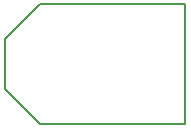
<source format=gko>
G04 DipTrace 2.4.0.2*
%INST12axis.gko*%
%MOMM*%
%ADD11C,0.14*%
%FSLAX53Y53*%
G04*
G71*
G90*
G75*
G01*
%LNBoardOutline*%
%LPD*%
X10008Y17209D2*
D11*
X12967Y20168D1*
X25248D1*
Y10008D1*
X12967D1*
X10008Y12967D1*
Y17209D1*
M02*

</source>
